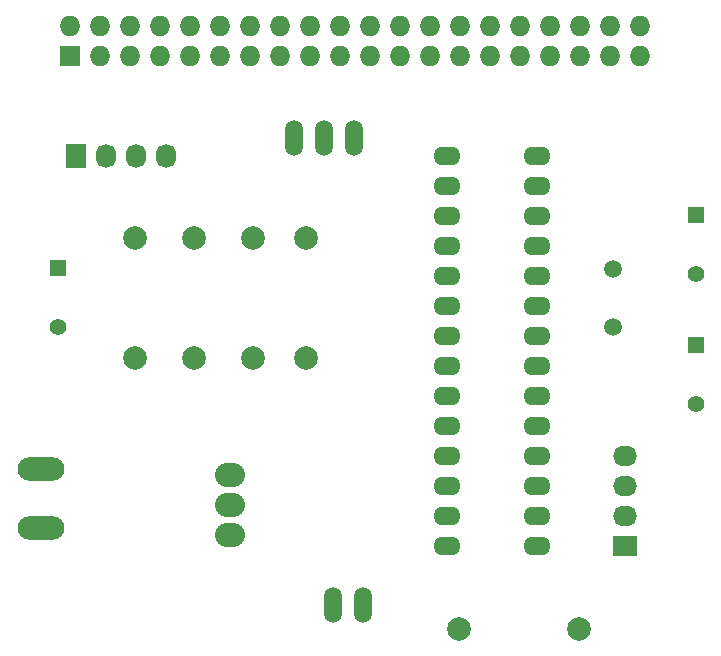
<source format=gbr>
G04 #@! TF.FileFunction,Soldermask,Top*
%FSLAX46Y46*%
G04 Gerber Fmt 4.6, Leading zero omitted, Abs format (unit mm)*
G04 Created by KiCad (PCBNEW (2015-06-30 BZR 5847, Git 785638a)-product) date 2015/07/09 22:16:44*
%MOMM*%
G01*
G04 APERTURE LIST*
%ADD10C,0.100000*%
%ADD11R,1.400000X1.400000*%
%ADD12C,1.400000*%
%ADD13O,2.300000X1.600000*%
%ADD14O,3.962400X1.981200*%
%ADD15R,2.032000X1.727200*%
%ADD16O,2.032000X1.727200*%
%ADD17R,1.727200X2.032000*%
%ADD18O,1.727200X2.032000*%
%ADD19O,1.506220X3.014980*%
%ADD20R,1.727200X1.727200*%
%ADD21O,1.727200X1.727200*%
%ADD22O,2.540000X2.032000*%
%ADD23C,1.998980*%
%ADD24C,1.501140*%
G04 APERTURE END LIST*
D10*
D11*
X116000000Y-103000000D03*
D12*
X116000000Y-108000000D03*
D11*
X170000000Y-109500000D03*
D12*
X170000000Y-114500000D03*
D11*
X170000000Y-98500000D03*
D12*
X170000000Y-103500000D03*
D13*
X156500000Y-126500000D03*
X156500000Y-123960000D03*
X156500000Y-121420000D03*
X156500000Y-118880000D03*
X156500000Y-116340000D03*
X156500000Y-113800000D03*
X156500000Y-111260000D03*
X156500000Y-108720000D03*
X156500000Y-106180000D03*
X156500000Y-103640000D03*
X156500000Y-101100000D03*
X156500000Y-98560000D03*
X156500000Y-96020000D03*
X156500000Y-93480000D03*
X148880000Y-93480000D03*
X148880000Y-96020000D03*
X148880000Y-98560000D03*
X148880000Y-101100000D03*
X148880000Y-103640000D03*
X148880000Y-106180000D03*
X148880000Y-108720000D03*
X148880000Y-111260000D03*
X148880000Y-113800000D03*
X148880000Y-116340000D03*
X148880000Y-118880000D03*
X148880000Y-121420000D03*
X148880000Y-123960000D03*
X148880000Y-126500000D03*
D14*
X114500000Y-125000000D03*
X114500000Y-120000000D03*
D15*
X164000000Y-126500000D03*
D16*
X164000000Y-123960000D03*
X164000000Y-121420000D03*
X164000000Y-118880000D03*
D17*
X117500000Y-93500000D03*
D18*
X120040000Y-93500000D03*
X122580000Y-93500000D03*
X125120000Y-93500000D03*
D19*
X135960000Y-92000000D03*
X138500000Y-92000000D03*
X141040000Y-92000000D03*
D20*
X117000000Y-85000000D03*
D21*
X117000000Y-82460000D03*
X119540000Y-85000000D03*
X119540000Y-82460000D03*
X122080000Y-85000000D03*
X122080000Y-82460000D03*
X124620000Y-85000000D03*
X124620000Y-82460000D03*
X127160000Y-85000000D03*
X127160000Y-82460000D03*
X129700000Y-85000000D03*
X129700000Y-82460000D03*
X132240000Y-85000000D03*
X132240000Y-82460000D03*
X134780000Y-85000000D03*
X134780000Y-82460000D03*
X137320000Y-85000000D03*
X137320000Y-82460000D03*
X139860000Y-85000000D03*
X139860000Y-82460000D03*
X142400000Y-85000000D03*
X142400000Y-82460000D03*
X144940000Y-85000000D03*
X144940000Y-82460000D03*
X147480000Y-85000000D03*
X147480000Y-82460000D03*
X150020000Y-85000000D03*
X150020000Y-82460000D03*
X152560000Y-85000000D03*
X152560000Y-82460000D03*
X155100000Y-85000000D03*
X155100000Y-82460000D03*
X157640000Y-85000000D03*
X157640000Y-82460000D03*
X160180000Y-85000000D03*
X160180000Y-82460000D03*
X162720000Y-85000000D03*
X162720000Y-82460000D03*
X165260000Y-85000000D03*
X165260000Y-82460000D03*
D22*
X130500000Y-123000000D03*
X130500000Y-125540000D03*
X130500000Y-120460000D03*
D23*
X149920000Y-133500000D03*
X160080000Y-133500000D03*
X137000000Y-110580000D03*
X137000000Y-100420000D03*
X132500000Y-100420000D03*
X132500000Y-110580000D03*
X122500000Y-110580000D03*
X122500000Y-100420000D03*
X127500000Y-110580000D03*
X127500000Y-100420000D03*
D19*
X141770000Y-131500000D03*
X139230000Y-131500000D03*
D24*
X163000000Y-107940940D03*
X163000000Y-103059060D03*
M02*

</source>
